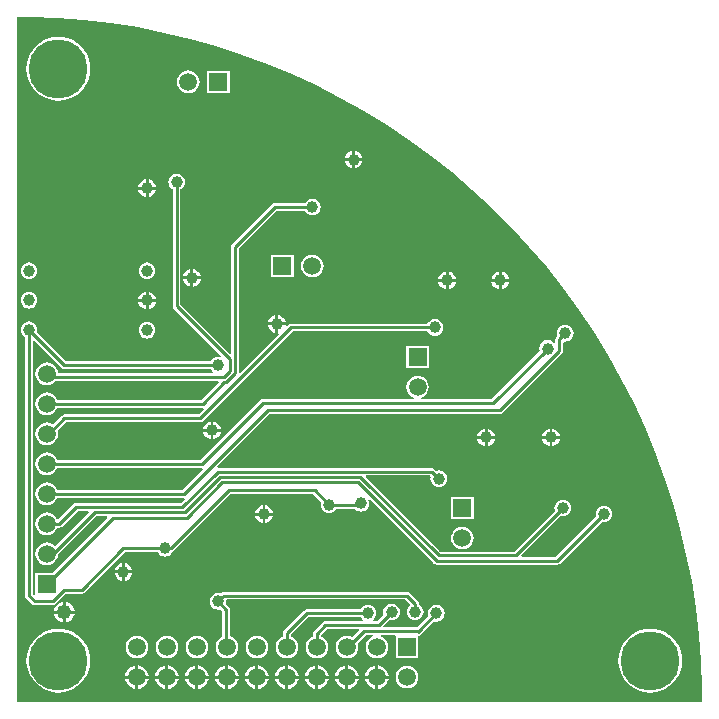
<source format=gbl>
%FSLAX24Y24*%
%MOIN*%
%SFA1B1*%

%IPPOS*%
%ADD24C,0.009800*%
%ADD26R,0.059100X0.059100*%
%ADD27C,0.059100*%
%ADD28R,0.059100X0.059100*%
%ADD29C,0.049200*%
%ADD30C,0.039400*%
%ADD31C,0.196900*%
%LNdeploy(58mm)-1*%
%LPD*%
G36*
X1345Y22799D02*
X2239Y22729D01*
X3129Y22624*
X4015Y22483*
X4895Y22308*
X5767Y22099*
X6630Y21856*
X7483Y21578*
X8324Y21268*
X9153Y20925*
X9967Y20549*
X10766Y20142*
X11549Y19704*
X12313Y19235*
X13059Y18737*
X13785Y18210*
X14489Y17655*
X15171Y17072*
X15829Y16464*
X16464Y15829*
X17072Y15171*
X17655Y14489*
X18210Y13785*
X18737Y13059*
X19235Y12313*
X19704Y11549*
X20142Y10766*
X20549Y9967*
X20925Y9153*
X21268Y8324*
X21578Y7483*
X21856Y6630*
X22099Y5767*
X22308Y4895*
X22483Y4015*
X22624Y3129*
X22729Y2239*
X22799Y1345*
X22835Y448*
Y0*
X0*
Y22835*
X448*
X1345Y22799*
G37*
%LNdeploy(58mm)-2*%
%LPC*%
G36*
X12041Y1217D02*
Y876D01*
X12383*
X12376Y930*
X12336Y1025*
X12273Y1108*
X12191Y1171*
X12095Y1210*
X12041Y1217*
G37*
G36*
X10041D02*
Y876D01*
X10383*
X10376Y930*
X10336Y1025*
X10273Y1108*
X10191Y1171*
X10095Y1210*
X10041Y1217*
G37*
G36*
X8041D02*
Y876D01*
X8383*
X8376Y930*
X8336Y1025*
X8273Y1108*
X8191Y1171*
X8095Y1210*
X8041Y1217*
G37*
G36*
X3992Y2204D02*
X3895Y2191D01*
X3804Y2153*
X3725Y2094*
X3665Y2015*
X3628Y1924*
X3615Y1827*
X3628Y1729*
X3665Y1638*
X3725Y1560*
X3804Y1500*
X3895Y1462*
X3992Y1450*
X4090Y1462*
X4181Y1500*
X4259Y1560*
X4319Y1638*
X4357Y1729*
X4369Y1827*
X4357Y1924*
X4319Y2015*
X4259Y2094*
X4181Y2153*
X4090Y2191*
X3992Y2204*
G37*
G36*
X11041Y1217D02*
Y876D01*
X11383*
X11376Y930*
X11336Y1025*
X11273Y1108*
X11191Y1171*
X11095Y1210*
X11041Y1217*
G37*
G36*
X7041D02*
Y876D01*
X7383*
X7376Y930*
X7336Y1025*
X7273Y1108*
X7191Y1171*
X7095Y1210*
X7041Y1217*
G37*
G36*
X6041D02*
Y876D01*
X6383*
X6376Y930*
X6336Y1025*
X6273Y1108*
X6191Y1171*
X6095Y1210*
X6041Y1217*
G37*
G36*
X10943D02*
X10889Y1210D01*
X10794Y1171*
X10711Y1108*
X10648Y1025*
X10609Y930*
X10602Y876*
X10943*
Y1217*
G37*
G36*
X11943D02*
X11889Y1210D01*
X11794Y1171*
X11711Y1108*
X11648Y1025*
X11609Y930*
X11602Y876*
X11943*
Y1217*
G37*
G36*
X9943D02*
X9889Y1210D01*
X9794Y1171*
X9711Y1108*
X9648Y1025*
X9609Y930*
X9602Y876*
X9943*
Y1217*
G37*
G36*
X4041D02*
Y876D01*
X4383*
X4376Y930*
X4336Y1025*
X4273Y1108*
X4191Y1171*
X4095Y1210*
X4041Y1217*
G37*
G36*
X9041D02*
Y876D01*
X9383*
X9376Y930*
X9336Y1025*
X9273Y1108*
X9191Y1171*
X9095Y1210*
X9041Y1217*
G37*
G36*
X5041D02*
Y876D01*
X5383*
X5376Y930*
X5336Y1025*
X5273Y1108*
X5191Y1171*
X5095Y1210*
X5041Y1217*
G37*
G36*
X4992Y2204D02*
X4895Y2191D01*
X4804Y2153*
X4725Y2094*
X4665Y2015*
X4628Y1924*
X4615Y1827*
X4628Y1729*
X4665Y1638*
X4725Y1560*
X4804Y1500*
X4895Y1462*
X4992Y1450*
X5090Y1462*
X5181Y1500*
X5259Y1560*
X5319Y1638*
X5357Y1729*
X5369Y1827*
X5357Y1924*
X5319Y2015*
X5259Y2094*
X5181Y2153*
X5090Y2191*
X4992Y2204*
G37*
G36*
X3835Y4281D02*
X3593D01*
Y4039*
X3620Y4043*
X3692Y4073*
X3754Y4120*
X3801Y4182*
X3831Y4254*
X3835Y4281*
G37*
G36*
X3494D02*
X3252D01*
X3256Y4254*
X3285Y4182*
X3333Y4120*
X3394Y4073*
X3466Y4043*
X3494Y4039*
Y4281*
G37*
G36*
X12992Y3674D02*
X6888D01*
X6838Y3664*
X6796Y3636*
X6773Y3613*
X6765Y3616*
X6693Y3626*
X6621Y3616*
X6554Y3589*
X6496Y3544*
X6452Y3487*
X6424Y3420*
X6415Y3348*
X6424Y3276*
X6452Y3209*
X6496Y3151*
X6554Y3107*
X6621Y3079*
X6693Y3070*
X6765Y3079*
X6773Y3083*
X6838Y3018*
Y2168*
X6804Y2153*
X6725Y2094*
X6665Y2015*
X6628Y1924*
X6615Y1827*
X6628Y1729*
X6665Y1638*
X6725Y1560*
X6804Y1500*
X6895Y1462*
X6992Y1450*
X7090Y1462*
X7181Y1500*
X7259Y1560*
X7319Y1638*
X7357Y1729*
X7369Y1827*
X7357Y1924*
X7319Y2015*
X7259Y2094*
X7181Y2153*
X7099Y2187*
Y3072*
X7089Y3122*
X7061Y3164*
X6958Y3267*
X6961Y3276*
X6971Y3348*
X6967Y3375*
X7000Y3413*
X12938*
X13096Y3255*
X13093Y3205*
X13071Y3189*
X13027Y3131*
X12999Y3064*
X12990Y2992*
X12999Y2920*
X13027Y2853*
X13071Y2796*
X13129Y2751*
X13196Y2724*
X13268Y2714*
X13340Y2724*
X13407Y2751*
X13464Y2796*
X13508Y2853*
X13536Y2920*
X13546Y2992*
X13536Y3064*
X13508Y3131*
X13464Y3189*
X13407Y3233*
X13398Y3236*
Y3268*
X13388Y3318*
X13360Y3360*
X13084Y3636*
X13042Y3664*
X13034Y3665*
X12992Y3674*
G37*
G36*
X14843Y5834D02*
X14745Y5821D01*
X14654Y5783*
X14576Y5723*
X14516Y5645*
X14478Y5554*
X14465Y5457*
X14478Y5359*
X14516Y5268*
X14576Y5190*
X14654Y5130*
X14745Y5092*
X14843Y5079*
X14940Y5092*
X15031Y5130*
X15109Y5190*
X15169Y5268*
X15207Y5359*
X15220Y5457*
X15207Y5554*
X15169Y5645*
X15109Y5723*
X15031Y5783*
X14940Y5821*
X14843Y5834*
G37*
G36*
X3593Y4622D02*
Y4380D01*
X3835*
X3831Y4408*
X3801Y4480*
X3754Y4541*
X3692Y4589*
X3620Y4618*
X3593Y4622*
G37*
G36*
X3494D02*
X3466Y4618D01*
X3394Y4589*
X3333Y4541*
X3285Y4480*
X3256Y4408*
X3252Y4380*
X3494*
Y4622*
G37*
G36*
X1624Y3333D02*
Y3041D01*
X1916*
X1910Y3082*
X1876Y3166*
X1820Y3238*
X1749Y3293*
X1665Y3328*
X1624Y3333*
G37*
G36*
X1526Y2943D02*
X1234D01*
X1239Y2902*
X1274Y2818*
X1329Y2746*
X1401Y2691*
X1485Y2657*
X1526Y2651*
Y2943*
G37*
G36*
X7992Y2204D02*
X7894Y2191D01*
X7804Y2153*
X7725Y2094*
X7665Y2015*
X7628Y1924*
X7615Y1827*
X7628Y1729*
X7665Y1638*
X7725Y1560*
X7804Y1500*
X7894Y1462*
X7992Y1450*
X8090Y1462*
X8181Y1500*
X8259Y1560*
X8319Y1638*
X8357Y1729*
X8369Y1827*
X8357Y1924*
X8319Y2015*
X8259Y2094*
X8181Y2153*
X8090Y2191*
X7992Y2204*
G37*
G36*
X5992D02*
X5895Y2191D01*
X5804Y2153*
X5725Y2094*
X5665Y2015*
X5628Y1924*
X5615Y1827*
X5628Y1729*
X5665Y1638*
X5725Y1560*
X5804Y1500*
X5895Y1462*
X5992Y1450*
X6090Y1462*
X6181Y1500*
X6259Y1560*
X6319Y1638*
X6357Y1729*
X6369Y1827*
X6357Y1924*
X6319Y2015*
X6259Y2094*
X6181Y2153*
X6090Y2191*
X5992Y2204*
G37*
G36*
X1526Y3333D02*
X1485Y3328D01*
X1401Y3293*
X1329Y3238*
X1274Y3166*
X1239Y3082*
X1234Y3041*
X1526*
Y3333*
G37*
G36*
X12480Y3270D02*
X12408Y3261D01*
X12341Y3233*
X12284Y3189*
X12240Y3131*
X12212Y3064*
X12202Y2992*
X12212Y2920*
X12215Y2912*
X11993Y2690*
X11885*
X11868Y2740*
X11889Y2756*
X11934Y2814*
X11961Y2881*
X11971Y2953*
X11961Y3025*
X11934Y3092*
X11889Y3149*
X11832Y3193*
X11765Y3221*
X11693Y3231*
X11621Y3221*
X11554Y3193*
X11496Y3149*
X11452Y3092*
X11449Y3083*
X9646*
X9596Y3073*
X9553Y3045*
X8900Y2391*
X8872Y2349*
X8862Y2299*
Y2178*
X8804Y2153*
X8725Y2094*
X8665Y2015*
X8628Y1924*
X8615Y1827*
X8628Y1729*
X8665Y1638*
X8725Y1560*
X8804Y1500*
X8895Y1462*
X8992Y1450*
X9090Y1462*
X9181Y1500*
X9259Y1560*
X9319Y1638*
X9357Y1729*
X9369Y1827*
X9357Y1924*
X9319Y2015*
X9259Y2094*
X9181Y2153*
X9123Y2178*
Y2245*
X9700Y2822*
X11449*
X11452Y2814*
X11496Y2756*
X11518Y2740*
X11501Y2690*
X10276*
X10226Y2680*
X10183Y2651*
X9900Y2368*
X9872Y2326*
X9862Y2276*
Y2178*
X9804Y2153*
X9725Y2094*
X9665Y2015*
X9628Y1924*
X9615Y1827*
X9628Y1729*
X9665Y1638*
X9725Y1560*
X9804Y1500*
X9894Y1462*
X9992Y1450*
X10090Y1462*
X10181Y1500*
X10259Y1560*
X10319Y1638*
X10357Y1729*
X10369Y1827*
X10357Y1924*
X10319Y2015*
X10259Y2094*
X10181Y2153*
X10130Y2175*
X10125Y2224*
X10330Y2429*
X11391*
X11410Y2382*
X11181Y2153*
X11090Y2191*
X10992Y2204*
X10895Y2191*
X10804Y2153*
X10725Y2094*
X10665Y2015*
X10628Y1924*
X10615Y1827*
X10628Y1729*
X10665Y1638*
X10725Y1560*
X10804Y1500*
X10895Y1462*
X10992Y1450*
X11090Y1462*
X11181Y1500*
X11259Y1560*
X11319Y1638*
X11357Y1729*
X11369Y1827*
X11357Y1924*
X11346Y1949*
X11629Y2232*
X11862*
X11872Y2182*
X11804Y2153*
X11725Y2094*
X11665Y2015*
X11628Y1924*
X11615Y1827*
X11628Y1729*
X11665Y1638*
X11725Y1560*
X11804Y1500*
X11895Y1462*
X11992Y1450*
X12090Y1462*
X12181Y1500*
X12259Y1560*
X12319Y1638*
X12357Y1729*
X12369Y1827*
X12357Y1924*
X12319Y2015*
X12259Y2094*
X12181Y2153*
X12112Y2182*
X12122Y2232*
X12581*
X12618Y2201*
Y1453*
X13366*
Y2196*
X13396Y2202*
X13439Y2231*
X13478Y2270*
X13896Y2688*
X13904Y2684*
X13976Y2675*
X14048Y2684*
X14115Y2712*
X14173Y2756*
X14217Y2814*
X14245Y2881*
X14254Y2953*
X14245Y3025*
X14217Y3092*
X14173Y3149*
X14115Y3193*
X14048Y3221*
X13976Y3231*
X13904Y3221*
X13837Y3193*
X13780Y3149*
X13736Y3092*
X13708Y3025*
X13698Y2953*
X13708Y2881*
X13711Y2872*
X13332Y2493*
X12231*
X12212Y2539*
X12400Y2727*
X12408Y2724*
X12480Y2714*
X12552Y2724*
X12619Y2751*
X12677Y2796*
X12721Y2853*
X12749Y2920*
X12758Y2992*
X12749Y3064*
X12721Y3131*
X12677Y3189*
X12619Y3233*
X12552Y3261*
X12480Y3270*
G37*
G36*
X1916Y2943D02*
X1624D01*
Y2651*
X1665Y2657*
X1749Y2691*
X1820Y2746*
X1876Y2818*
X1910Y2902*
X1916Y2943*
G37*
G36*
X10943Y778D02*
X10602D01*
X10609Y724*
X10648Y628*
X10711Y546*
X10794Y483*
X10889Y443*
X10943Y436*
Y778*
G37*
G36*
X9943D02*
X9602D01*
X9609Y724*
X9648Y628*
X9711Y546*
X9794Y483*
X9889Y443*
X9943Y436*
Y778*
G37*
G36*
X8943D02*
X8602D01*
X8609Y724*
X8648Y628*
X8711Y546*
X8794Y483*
X8889Y443*
X8943Y436*
Y778*
G37*
G36*
X5383D02*
X5041D01*
Y436*
X5095Y443*
X5191Y483*
X5273Y546*
X5336Y628*
X5376Y724*
X5383Y778*
G37*
G36*
X4383D02*
X4041D01*
Y436*
X4095Y443*
X4191Y483*
X4273Y546*
X4336Y628*
X4376Y724*
X4383Y778*
G37*
G36*
X11943D02*
X11602D01*
X11609Y724*
X11648Y628*
X11711Y546*
X11794Y483*
X11889Y443*
X11943Y436*
Y778*
G37*
G36*
X7943D02*
X7602D01*
X7609Y724*
X7648Y628*
X7711Y546*
X7794Y483*
X7889Y443*
X7943Y436*
Y778*
G37*
G36*
X3943D02*
X3602D01*
X3609Y724*
X3648Y628*
X3711Y546*
X3794Y483*
X3889Y443*
X3943Y436*
Y778*
G37*
G36*
X21102Y2444D02*
X20936Y2431D01*
X20773Y2392*
X20618Y2328*
X20476Y2241*
X20348Y2132*
X20240Y2005*
X20152Y1862*
X20088Y1707*
X20049Y1545*
X20036Y1378*
X20049Y1211*
X20088Y1048*
X20152Y894*
X20240Y751*
X20348Y624*
X20476Y515*
X20618Y428*
X20773Y364*
X20936Y325*
X21102Y312*
X21269Y325*
X21432Y364*
X21586Y428*
X21729Y515*
X21856Y624*
X21965Y751*
X22052Y894*
X22116Y1048*
X22156Y1211*
X22169Y1378*
X22156Y1545*
X22116Y1707*
X22052Y1862*
X21965Y2005*
X21856Y2132*
X21729Y2241*
X21586Y2328*
X21432Y2392*
X21269Y2431*
X21102Y2444*
G37*
G36*
X1378D02*
X1211Y2431D01*
X1048Y2392*
X894Y2328*
X751Y2241*
X624Y2132*
X515Y2005*
X428Y1862*
X364Y1707*
X325Y1545*
X312Y1378*
X325Y1211*
X364Y1048*
X428Y894*
X515Y751*
X624Y624*
X751Y515*
X894Y428*
X1048Y364*
X1211Y325*
X1378Y312*
X1545Y325*
X1707Y364*
X1862Y428*
X2005Y515*
X2132Y624*
X2241Y751*
X2328Y894*
X2392Y1048*
X2431Y1211*
X2444Y1378*
X2431Y1545*
X2392Y1707*
X2328Y1862*
X2241Y2005*
X2132Y2132*
X2005Y2241*
X1862Y2328*
X1707Y2392*
X1545Y2431*
X1378Y2444*
G37*
G36*
X6943Y778D02*
X6602D01*
X6609Y724*
X6648Y628*
X6711Y546*
X6794Y483*
X6889Y443*
X6943Y436*
Y778*
G37*
G36*
X5943D02*
X5602D01*
X5609Y724*
X5648Y628*
X5711Y546*
X5794Y483*
X5889Y443*
X5943Y436*
Y778*
G37*
G36*
X4943D02*
X4602D01*
X4609Y724*
X4648Y628*
X4711Y546*
X4794Y483*
X4889Y443*
X4943Y436*
Y778*
G37*
G36*
X6383D02*
X6041D01*
Y436*
X6095Y443*
X6191Y483*
X6273Y546*
X6336Y628*
X6376Y724*
X6383Y778*
G37*
G36*
X5943Y1217D02*
X5889Y1210D01*
X5794Y1171*
X5711Y1108*
X5648Y1025*
X5609Y930*
X5602Y876*
X5943*
Y1217*
G37*
G36*
X3943D02*
X3889Y1210D01*
X3794Y1171*
X3711Y1108*
X3648Y1025*
X3609Y930*
X3602Y876*
X3943*
Y1217*
G37*
G36*
X4943D02*
X4889Y1210D01*
X4794Y1171*
X4711Y1108*
X4648Y1025*
X4609Y930*
X4602Y876*
X4943*
Y1217*
G37*
G36*
X6943D02*
X6889Y1210D01*
X6794Y1171*
X6711Y1108*
X6648Y1025*
X6609Y930*
X6602Y876*
X6943*
Y1217*
G37*
G36*
X8943D02*
X8889Y1210D01*
X8794Y1171*
X8711Y1108*
X8648Y1025*
X8609Y930*
X8602Y876*
X8943*
Y1217*
G37*
G36*
X7943D02*
X7889Y1210D01*
X7794Y1171*
X7711Y1108*
X7648Y1025*
X7609Y930*
X7602Y876*
X7943*
Y1217*
G37*
G36*
X12992Y1204D02*
X12895Y1191D01*
X12804Y1153*
X12725Y1094*
X12665Y1015*
X12628Y924*
X12615Y827*
X12628Y729*
X12665Y638*
X12725Y560*
X12804Y500*
X12895Y462*
X12992Y450*
X13090Y462*
X13181Y500*
X13259Y560*
X13319Y638*
X13357Y729*
X13369Y827*
X13357Y924*
X13319Y1015*
X13259Y1094*
X13181Y1153*
X13090Y1191*
X12992Y1204*
G37*
G36*
X9383Y778D02*
X9041D01*
Y436*
X9095Y443*
X9191Y483*
X9273Y546*
X9336Y628*
X9376Y724*
X9383Y778*
G37*
G36*
X8383D02*
X8041D01*
Y436*
X8095Y443*
X8191Y483*
X8273Y546*
X8336Y628*
X8376Y724*
X8383Y778*
G37*
G36*
X7383D02*
X7041D01*
Y436*
X7095Y443*
X7191Y483*
X7273Y546*
X7336Y628*
X7376Y724*
X7383Y778*
G37*
G36*
X12383D02*
X12041D01*
Y436*
X12095Y443*
X12191Y483*
X12273Y546*
X12336Y628*
X12376Y724*
X12383Y778*
G37*
G36*
X11383D02*
X11041D01*
Y436*
X11095Y443*
X11191Y483*
X11273Y546*
X11336Y628*
X11376Y724*
X11383Y778*
G37*
G36*
X10383D02*
X10041D01*
Y436*
X10095Y443*
X10191Y483*
X10273Y546*
X10336Y628*
X10376Y724*
X10383Y778*
G37*
G36*
X16053Y14346D02*
X16025Y14343D01*
X15953Y14313*
X15892Y14266*
X15844Y14204*
X15815Y14132*
X15811Y14104*
X16053*
Y14346*
G37*
G36*
X14380D02*
Y14104D01*
X14622*
X14618Y14132*
X14589Y14204*
X14541Y14266*
X14480Y14313*
X14408Y14343*
X14380Y14346*
G37*
G36*
X14282D02*
X14254Y14343D01*
X14182Y14313*
X14120Y14266*
X14073Y14204*
X14043Y14132*
X14039Y14104*
X14282*
Y14346*
G37*
G36*
X9217Y14902D02*
X8469D01*
Y14154*
X9217*
Y14902*
G37*
G36*
X9843Y14905D02*
X9745Y14892D01*
X9654Y14854*
X9576Y14794*
X9516Y14716*
X9478Y14625*
X9465Y14528*
X9478Y14430*
X9516Y14339*
X9576Y14261*
X9654Y14201*
X9745Y14163*
X9843Y14150*
X9940Y14163*
X10031Y14201*
X10109Y14261*
X10169Y14339*
X10207Y14430*
X10220Y14528*
X10207Y14625*
X10169Y14716*
X10109Y14794*
X10031Y14854*
X9940Y14892*
X9843Y14905*
G37*
G36*
X16152Y14346D02*
Y14104D01*
X16394*
X16390Y14132*
X16360Y14204*
X16313Y14266*
X16251Y14313*
X16179Y14343*
X16152Y14346*
G37*
G36*
X4331Y14648D02*
X4259Y14639D01*
X4192Y14611*
X4134Y14567*
X4090Y14509*
X4062Y14442*
X4053Y14370*
X4062Y14298*
X4090Y14231*
X4134Y14174*
X4192Y14129*
X4259Y14102*
X4331Y14092*
X4403Y14102*
X4470Y14129*
X4527Y14174*
X4571Y14231*
X4599Y14298*
X4609Y14370*
X4599Y14442*
X4571Y14509*
X4527Y14567*
X4470Y14611*
X4403Y14639*
X4331Y14648*
G37*
G36*
X16394Y14006D02*
X16152D01*
Y13764*
X16179Y13767*
X16251Y13797*
X16313Y13845*
X16360Y13906*
X16390Y13978*
X16394Y14006*
G37*
G36*
X16053D02*
X15811D01*
X15815Y13978*
X15844Y13906*
X15892Y13845*
X15953Y13797*
X16025Y13767*
X16053Y13764*
Y14006*
G37*
G36*
X14622D02*
X14380D01*
Y13764*
X14408Y13767*
X14480Y13797*
X14541Y13845*
X14589Y13906*
X14618Y13978*
X14622Y14006*
G37*
G36*
X394Y14648D02*
X322Y14639D01*
X255Y14611*
X197Y14567*
X153Y14509*
X125Y14442*
X116Y14370*
X125Y14298*
X153Y14231*
X197Y14174*
X255Y14129*
X322Y14102*
X394Y14092*
X466Y14102*
X533Y14129*
X590Y14174*
X634Y14231*
X662Y14298*
X672Y14370*
X662Y14442*
X634Y14509*
X590Y14567*
X533Y14611*
X466Y14639*
X394Y14648*
G37*
G36*
X6118Y14085D02*
X5876D01*
Y13843*
X5904Y13846*
X5976Y13876*
X6037Y13923*
X6085Y13985*
X6114Y14057*
X6118Y14085*
G37*
G36*
X5778D02*
X5535D01*
X5539Y14057*
X5569Y13985*
X5616Y13923*
X5678Y13876*
X5750Y13846*
X5778Y13843*
Y14085*
G37*
G36*
Y14425D02*
X5750Y14422D01*
X5678Y14392*
X5616Y14344*
X5569Y14283*
X5539Y14211*
X5535Y14183*
X5778*
Y14425*
G37*
G36*
X11270Y18362D02*
Y18120D01*
X11512*
X11508Y18148*
X11478Y18220*
X11431Y18281*
X11369Y18329*
X11298Y18359*
X11270Y18362*
G37*
G36*
X11171D02*
X11143Y18359D01*
X11072Y18329*
X11010Y18281*
X10963Y18220*
X10933Y18148*
X10929Y18120*
X11171*
Y18362*
G37*
G36*
X11512Y18022D02*
X11270D01*
Y17780*
X11298Y17783*
X11369Y17813*
X11431Y17860*
X11478Y17922*
X11508Y17994*
X11512Y18022*
G37*
G36*
X7083Y21043D02*
X6335D01*
Y20295*
X7083*
Y21043*
G37*
G36*
X5709Y21047D02*
X5611Y21034D01*
X5520Y20996*
X5442Y20936*
X5382Y20858*
X5344Y20767*
X5331Y20669*
X5344Y20572*
X5382Y20481*
X5442Y20403*
X5520Y20343*
X5611Y20305*
X5709Y20292*
X5806Y20305*
X5897Y20343*
X5975Y20403*
X6035Y20481*
X6073Y20572*
X6086Y20669*
X6073Y20767*
X6035Y20858*
X5975Y20936*
X5897Y20996*
X5806Y21034*
X5709Y21047*
G37*
G36*
X1378Y22169D02*
X1211Y22156D01*
X1048Y22116*
X894Y22052*
X751Y21965*
X624Y21856*
X515Y21729*
X428Y21586*
X364Y21432*
X325Y21269*
X312Y21102*
X325Y20936*
X364Y20773*
X428Y20618*
X515Y20476*
X624Y20348*
X751Y20240*
X894Y20152*
X1048Y20088*
X1211Y20049*
X1378Y20036*
X1545Y20049*
X1707Y20088*
X1862Y20152*
X2005Y20240*
X2132Y20348*
X2241Y20476*
X2328Y20618*
X2392Y20773*
X2431Y20936*
X2444Y21102*
X2431Y21269*
X2392Y21432*
X2328Y21586*
X2241Y21729*
X2132Y21856*
X2005Y21965*
X1862Y22052*
X1707Y22116*
X1545Y22156*
X1378Y22169*
G37*
G36*
X11171Y18022D02*
X10929D01*
X10933Y17994*
X10963Y17922*
X11010Y17860*
X11072Y17813*
X11143Y17783*
X11171Y17780*
Y18022*
G37*
G36*
X4281Y17077D02*
X4039D01*
X4043Y17049*
X4073Y16977*
X4120Y16915*
X4182Y16868*
X4254Y16838*
X4281Y16835*
Y17077*
G37*
G36*
X5315Y17601D02*
X5243Y17591D01*
X5176Y17564*
X5118Y17519*
X5074Y17462*
X5046Y17395*
X5037Y17323*
X5046Y17251*
X5074Y17184*
X5118Y17126*
X5176Y17082*
X5185Y17079*
Y13189*
X5194Y13139*
X5223Y13097*
X6784Y11535*
X6770Y11501*
X6759Y11490*
X6693Y11498*
X6621Y11489*
X6554Y11461*
X6496Y11417*
X6452Y11359*
X6449Y11351*
X1629*
X659Y12321*
X662Y12330*
X672Y12402*
X662Y12474*
X634Y12541*
X590Y12598*
X533Y12642*
X466Y12670*
X394Y12680*
X322Y12670*
X255Y12642*
X197Y12598*
X153Y12541*
X125Y12474*
X116Y12402*
X125Y12330*
X153Y12263*
X197Y12205*
X255Y12161*
X263Y12157*
Y3543*
X273Y3493*
X301Y3451*
X498Y3254*
X541Y3226*
X591Y3216*
X1181*
X1231Y3226*
X1273Y3254*
X1629Y3610*
X2165*
X2215Y3620*
X2258Y3648*
X3597Y4988*
X4677*
X4681Y4979*
X4725Y4922*
X4782Y4877*
X4849Y4850*
X4921Y4840*
X4993Y4850*
X5060Y4877*
X5118Y4922*
X5162Y4979*
X5170Y4999*
X5210Y5026*
X7101Y6917*
X9867*
X10129Y6655*
X10125Y6647*
X10116Y6575*
X10125Y6503*
X10153Y6436*
X10197Y6378*
X10255Y6334*
X10322Y6306*
X10394Y6297*
X10466Y6306*
X10533Y6334*
X10590Y6378*
X10634Y6436*
X10638Y6444*
X11240*
X11260Y6418*
X11318Y6373*
X11385Y6346*
X11457Y6336*
X11529Y6346*
X11596Y6373*
X11653Y6418*
X11697Y6475*
X11725Y6542*
X11735Y6614*
X11725Y6686*
X11711Y6720*
X11753Y6748*
X13889Y4612*
X13932Y4584*
X13982Y4574*
X18012*
X18062Y4584*
X18104Y4612*
X19486Y5995*
X19495Y5991*
X19567Y5982*
X19639Y5991*
X19706Y6019*
X19763Y6063*
X19808Y6121*
X19835Y6188*
X19845Y6260*
X19835Y6332*
X19808Y6399*
X19763Y6456*
X19706Y6501*
X19639Y6528*
X19567Y6538*
X19495Y6528*
X19428Y6501*
X19370Y6456*
X19326Y6399*
X19298Y6332*
X19289Y6260*
X19298Y6188*
X19302Y6179*
X17958Y4835*
X16817*
X16798Y4881*
X18109Y6192*
X18117Y6188*
X18189Y6179*
X18261Y6188*
X18328Y6216*
X18386Y6260*
X18430Y6318*
X18457Y6385*
X18467Y6457*
X18457Y6529*
X18430Y6596*
X18386Y6653*
X18328Y6697*
X18261Y6725*
X18189Y6735*
X18117Y6725*
X18050Y6697*
X17992Y6653*
X17948Y6596*
X17920Y6529*
X17911Y6457*
X17920Y6385*
X17924Y6376*
X16560Y5012*
X14109*
X11621Y7501*
X11640Y7547*
X13750*
X13760Y7537*
X13786Y7505*
X13777Y7441*
X13787Y7369*
X13814Y7302*
X13859Y7244*
X13916Y7200*
X13983Y7172*
X14055Y7163*
X14127Y7172*
X14194Y7200*
X14252Y7244*
X14296Y7302*
X14324Y7369*
X14333Y7441*
X14324Y7513*
X14296Y7580*
X14252Y7638*
X14194Y7682*
X14127Y7709*
X14055Y7719*
X13983Y7709*
X13975Y7706*
X13911Y7769*
X13869Y7798*
X13819Y7808*
X6693*
X6683Y7806*
X6658Y7852*
X8400Y9594*
X16089*
X16139Y9604*
X16182Y9632*
X18163Y11614*
X18191Y11656*
X18201Y11706*
Y11976*
X18239Y12009*
X18268Y12005*
X18340Y12015*
X18407Y12043*
X18464Y12087*
X18508Y12144*
X18536Y12212*
X18546Y12283*
X18536Y12355*
X18508Y12422*
X18464Y12480*
X18407Y12524*
X18340Y12552*
X18268Y12561*
X18196Y12552*
X18129Y12524*
X18071Y12480*
X18027Y12422*
X17999Y12355*
X17990Y12283*
X17999Y12212*
X18003Y12203*
X17979Y12179*
X17950Y12137*
X17940Y12087*
Y11977*
X17890Y11960*
X17880Y11974*
X17822Y12018*
X17755Y12046*
X17683Y12056*
X17611Y12046*
X17544Y12018*
X17487Y11974*
X17442Y11917*
X17415Y11849*
X17405Y11778*
X17415Y11706*
X17418Y11697*
X15812Y10091*
X13477*
X13467Y10141*
X13535Y10169*
X13613Y10229*
X13673Y10307*
X13711Y10398*
X13724Y10496*
X13711Y10594*
X13673Y10685*
X13613Y10763*
X13535Y10823*
X13444Y10860*
X13346Y10873*
X13249Y10860*
X13158Y10823*
X13080Y10763*
X13020Y10685*
X12982Y10594*
X12969Y10496*
X12982Y10398*
X13020Y10307*
X13080Y10229*
X13158Y10169*
X13226Y10141*
X13216Y10091*
X8189*
X8139Y10081*
X8097Y10053*
X6111Y8067*
X1335*
X1311Y8126*
X1251Y8204*
X1173Y8264*
X1082Y8301*
X984Y8314*
X887Y8301*
X796Y8264*
X718Y8204*
X658Y8126*
X620Y8035*
X607Y7937*
X620Y7839*
X658Y7748*
X718Y7670*
X796Y7610*
X887Y7573*
X984Y7560*
X1082Y7573*
X1173Y7610*
X1251Y7670*
X1311Y7748*
X1335Y7807*
X6165*
X6175Y7809*
X6200Y7762*
X5505Y7067*
X1335*
X1311Y7126*
X1251Y7204*
X1173Y7264*
X1082Y7301*
X984Y7314*
X887Y7301*
X796Y7264*
X718Y7204*
X658Y7126*
X620Y7035*
X607Y6937*
X620Y6839*
X658Y6748*
X718Y6670*
X796Y6610*
X887Y6573*
X984Y6560*
X1082Y6573*
X1173Y6610*
X1251Y6670*
X1311Y6748*
X1335Y6807*
X5559*
X5569Y6809*
X5594Y6762*
X5458Y6627*
X1969*
X1919Y6617*
X1876Y6588*
X1379Y6091*
X1320Y6103*
X1311Y6126*
X1251Y6204*
X1173Y6264*
X1082Y6301*
X984Y6314*
X887Y6301*
X796Y6264*
X718Y6204*
X658Y6126*
X620Y6035*
X607Y5937*
X620Y5839*
X658Y5748*
X718Y5670*
X796Y5610*
X887Y5573*
X984Y5560*
X1082Y5573*
X1173Y5610*
X1251Y5670*
X1311Y5748*
X1335Y5807*
X1409*
X1459Y5816*
X1502Y5845*
X2023Y6366*
X2376*
X2395Y6319*
X1277Y5202*
X1251Y5204*
X1173Y5264*
X1082Y5301*
X984Y5314*
X887Y5301*
X796Y5264*
X718Y5204*
X658Y5126*
X620Y5035*
X607Y4937*
X620Y4839*
X658Y4748*
X718Y4670*
X796Y4610*
X887Y4573*
X984Y4560*
X1082Y4573*
X1173Y4610*
X1251Y4670*
X1311Y4748*
X1349Y4839*
X1358Y4914*
X2633Y6188*
X2986*
X3005Y6142*
X1174Y4311*
X610*
Y3609*
Y3582*
X561Y3560*
X524Y3597*
Y12021*
X570Y12040*
X1483Y11128*
X1525Y11100*
X1575Y11090*
X6449*
X6452Y11081*
X6496Y11024*
X6518Y11007*
X6501Y10957*
X1359*
X1349Y11035*
X1311Y11126*
X1251Y11204*
X1173Y11264*
X1082Y11301*
X984Y11314*
X887Y11301*
X796Y11264*
X718Y11204*
X658Y11126*
X620Y11035*
X607Y10937*
X620Y10839*
X658Y10748*
X718Y10670*
X796Y10610*
X887Y10573*
X984Y10560*
X1082Y10573*
X1173Y10610*
X1251Y10670*
X1271Y10696*
X6706*
X6725Y10650*
X6143Y10067*
X1335*
X1311Y10126*
X1251Y10204*
X1173Y10264*
X1082Y10301*
X984Y10314*
X887Y10301*
X796Y10264*
X718Y10204*
X658Y10126*
X620Y10035*
X607Y9937*
X620Y9839*
X658Y9748*
X718Y9670*
X796Y9610*
X887Y9573*
X984Y9560*
X1082Y9573*
X1173Y9610*
X1251Y9670*
X1311Y9748*
X1335Y9807*
X6197*
X6207Y9809*
X6232Y9762*
X6048Y9579*
X1575*
X1525Y9569*
X1483Y9541*
X1191Y9250*
X1173Y9264*
X1082Y9301*
X984Y9314*
X887Y9301*
X796Y9264*
X718Y9204*
X658Y9126*
X620Y9035*
X607Y8937*
X620Y8839*
X658Y8748*
X718Y8670*
X796Y8610*
X887Y8573*
X984Y8560*
X1082Y8573*
X1173Y8610*
X1251Y8670*
X1311Y8748*
X1349Y8839*
X1361Y8937*
X1349Y9035*
X1348Y9037*
X1629Y9318*
X6102*
X6152Y9328*
X6195Y9357*
X9188Y12350*
X13674*
X13678Y12341*
X13722Y12284*
X13779Y12240*
X13846Y12212*
X13918Y12202*
X13990Y12212*
X14057Y12240*
X14115Y12284*
X14159Y12341*
X14187Y12408*
X14196Y12480*
X14187Y12552*
X14159Y12619*
X14115Y12677*
X14057Y12721*
X13990Y12749*
X13918Y12758*
X13846Y12749*
X13779Y12721*
X13722Y12677*
X13678Y12619*
X13674Y12611*
X9134*
X9084Y12601*
X9042Y12573*
X9001Y12532*
X8966Y12549*
X8711*
Y12294*
X8728Y12259*
X7444Y10975*
X7394Y10996*
Y15123*
X8637Y16366*
X9598*
X9602Y16357*
X9646Y16300*
X9704Y16255*
X9771Y16228*
X9843Y16218*
X9914Y16228*
X9981Y16255*
X10039Y16300*
X10083Y16357*
X10111Y16424*
X10120Y16496*
X10111Y16568*
X10083Y16635*
X10039Y16693*
X9981Y16737*
X9914Y16765*
X9843Y16774*
X9771Y16765*
X9704Y16737*
X9646Y16693*
X9602Y16635*
X9598Y16627*
X8583*
X8533Y16617*
X8490Y16588*
X7172Y15269*
X7143Y15227*
X7133Y15177*
Y11620*
X7087Y11601*
X5445Y13243*
Y17079*
X5454Y17082*
X5512Y17126*
X5556Y17184*
X5583Y17251*
X5593Y17323*
X5583Y17395*
X5556Y17462*
X5512Y17519*
X5454Y17564*
X5387Y17591*
X5315Y17601*
G37*
G36*
X5876Y14425D02*
Y14183D01*
X6118*
X6114Y14211*
X6085Y14283*
X6037Y14344*
X5976Y14392*
X5904Y14422*
X5876Y14425*
G37*
G36*
X4380Y17417D02*
Y17175D01*
X4622*
X4618Y17203*
X4589Y17275*
X4541Y17337*
X4480Y17384*
X4408Y17414*
X4380Y17417*
G37*
G36*
X4281D02*
X4254Y17414D01*
X4182Y17384*
X4120Y17337*
X4073Y17275*
X4043Y17203*
X4039Y17175*
X4281*
Y17417*
G37*
G36*
X4622Y17077D02*
X4380D01*
Y16835*
X4408Y16838*
X4480Y16868*
X4541Y16915*
X4589Y16977*
X4618Y17049*
X4622Y17077*
G37*
G36*
X14282Y14006D02*
X14039D01*
X14043Y13978*
X14073Y13906*
X14120Y13845*
X14182Y13797*
X14254Y13767*
X14282Y13764*
Y14006*
G37*
G36*
X6447Y9006D02*
X6205D01*
X6208Y8978*
X6238Y8906*
X6285Y8845*
X6347Y8797*
X6419Y8767*
X6447Y8764*
Y9006*
G37*
G36*
X18087Y8770D02*
X17844D01*
Y8528*
X17872Y8531*
X17944Y8561*
X18006Y8608*
X18053Y8670*
X18083Y8742*
X18087Y8770*
G37*
G36*
X17746D02*
X17504D01*
X17508Y8742*
X17537Y8670*
X17585Y8608*
X17646Y8561*
X17718Y8531*
X17746Y8528*
Y8770*
G37*
G36*
X15679Y9110D02*
Y8868D01*
X15921*
X15918Y8896*
X15888Y8968*
X15841Y9029*
X15779Y9077*
X15707Y9107*
X15679Y9110*
G37*
G36*
X15581D02*
X15553Y9107D01*
X15481Y9077*
X15419Y9029*
X15372Y8968*
X15342Y8896*
X15339Y8868*
X15581*
Y9110*
G37*
G36*
X6787Y9006D02*
X6545D01*
Y8764*
X6573Y8767*
X6645Y8797*
X6707Y8845*
X6754Y8906*
X6784Y8978*
X6787Y9006*
G37*
G36*
X15921Y8770D02*
X15679D01*
Y8528*
X15707Y8531*
X15779Y8561*
X15841Y8608*
X15888Y8670*
X15918Y8742*
X15921Y8770*
G37*
G36*
X15217Y6831D02*
X14469D01*
Y6083*
X15217*
Y6831*
G37*
G36*
X8520Y6211D02*
X8278D01*
Y5968*
X8305Y5972*
X8377Y6002*
X8439Y6049*
X8486Y6111*
X8516Y6183*
X8520Y6211*
G37*
G36*
X8179D02*
X7937D01*
X7941Y6183*
X7970Y6111*
X8018Y6049*
X8079Y6002*
X8151Y5972*
X8179Y5968*
Y6211*
G37*
G36*
X15581Y8770D02*
X15339D01*
X15342Y8742*
X15372Y8670*
X15419Y8608*
X15481Y8561*
X15553Y8531*
X15581Y8528*
Y8770*
G37*
G36*
X8278Y6551D02*
Y6309D01*
X8520*
X8516Y6337*
X8486Y6409*
X8439Y6470*
X8377Y6518*
X8305Y6548*
X8278Y6551*
G37*
G36*
X8179D02*
X8151Y6548D01*
X8079Y6518*
X8018Y6470*
X7970Y6409*
X7941Y6337*
X7937Y6309*
X8179*
Y6551*
G37*
G36*
X17746Y9110D02*
X17718Y9107D01*
X17646Y9077*
X17585Y9029*
X17537Y8968*
X17508Y8896*
X17504Y8868*
X17746*
Y9110*
G37*
G36*
X4622Y13337D02*
X4380D01*
Y13094*
X4408Y13098*
X4480Y13128*
X4541Y13175*
X4589Y13237*
X4618Y13309*
X4622Y13337*
G37*
G36*
X4281D02*
X4039D01*
X4043Y13309*
X4073Y13237*
X4120Y13175*
X4182Y13128*
X4254Y13098*
X4281Y13094*
Y13337*
G37*
G36*
X8711Y12890D02*
Y12648D01*
X8953*
X8949Y12676*
X8919Y12747*
X8872Y12809*
X8810Y12856*
X8738Y12886*
X8711Y12890*
G37*
G36*
X4380Y13677D02*
Y13435D01*
X4622*
X4618Y13463*
X4589Y13535*
X4541Y13596*
X4480Y13644*
X4408Y13673*
X4380Y13677*
G37*
G36*
X4281D02*
X4254Y13673D01*
X4182Y13644*
X4120Y13596*
X4073Y13535*
X4043Y13463*
X4039Y13435*
X4281*
Y13677*
G37*
G36*
X394Y13664D02*
X322Y13654D01*
X255Y13627*
X197Y13582*
X153Y13525*
X125Y13458*
X116Y13386*
X125Y13314*
X153Y13247*
X197Y13189*
X255Y13145*
X322Y13117*
X394Y13108*
X466Y13117*
X533Y13145*
X590Y13189*
X634Y13247*
X662Y13314*
X672Y13386*
X662Y13458*
X634Y13525*
X590Y13582*
X533Y13627*
X466Y13654*
X394Y13664*
G37*
G36*
X8612Y12890D02*
X8584Y12886D01*
X8512Y12856*
X8451Y12809*
X8403Y12747*
X8374Y12676*
X8370Y12648*
X8612*
Y12890*
G37*
G36*
X6545Y9346D02*
Y9104D01*
X6787*
X6784Y9132*
X6754Y9204*
X6707Y9266*
X6645Y9313*
X6573Y9343*
X6545Y9346*
G37*
G36*
X6447D02*
X6419Y9343D01*
X6347Y9313*
X6285Y9266*
X6238Y9204*
X6208Y9132*
X6205Y9104*
X6447*
Y9346*
G37*
G36*
X17844Y9110D02*
Y8868D01*
X18087*
X18083Y8896*
X18053Y8968*
X18006Y9029*
X17944Y9077*
X17872Y9107*
X17844Y9110*
G37*
G36*
X8612Y12549D02*
X8370D01*
X8374Y12521*
X8403Y12450*
X8451Y12388*
X8512Y12341*
X8584Y12311*
X8612Y12307*
Y12549*
G37*
G36*
X4331Y12664D02*
X4259Y12654D01*
X4192Y12627*
X4134Y12582*
X4090Y12525*
X4062Y12458*
X4053Y12386*
X4062Y12314*
X4090Y12247*
X4134Y12189*
X4192Y12145*
X4259Y12117*
X4331Y12108*
X4403Y12117*
X4470Y12145*
X4527Y12189*
X4571Y12247*
X4599Y12314*
X4609Y12386*
X4599Y12458*
X4571Y12525*
X4527Y12582*
X4470Y12627*
X4403Y12654*
X4331Y12664*
G37*
G36*
X13720Y11870D02*
X12972D01*
Y11122*
X13720*
Y11870*
G37*
%LNdeploy(58mm)-3*%
%LPD*%
G54D24*
X6969Y1787D02*
Y3072D01*
X6693Y3348D02*
X6969Y3072D01*
X9646Y2953D02*
X11693D01*
X8992Y2299D02*
X9646Y2953D01*
X8992Y1827D02*
Y2299D01*
X9992Y2276D02*
X10276Y2559D01*
X13386Y2362D02*
X13976Y2953D01*
X13346Y2323D02*
X13386Y2362D01*
X11575D02*
X13386D01*
X13918Y12480D02*
X13958D01*
X9134D02*
X13918D01*
X6102Y9449D02*
X9134Y12480D01*
X18071Y12087D02*
X18268Y12283D01*
X18071Y11706D02*
Y12087D01*
X16089Y9724D02*
X18071Y11706D01*
X15866Y9961D02*
X17683Y11778D01*
X8346Y9724D02*
X16089D01*
X8189Y9961D02*
X15866D01*
X6165Y7937D02*
X8189Y9961D01*
X5559Y6937D02*
X8346Y9724D01*
X13819Y7677D02*
X14055Y7441D01*
X11370Y7317D02*
X13982Y4705D01*
X6834Y7317D02*
X11370D01*
X11443Y7494D02*
X14055Y4882D01*
X6760Y7494D02*
X11443D01*
X7264Y15177D02*
X8583Y16496D01*
X984Y4937D02*
X1197D01*
X984Y5937D02*
X1409D01*
X1969Y6496*
X5512*
X984Y6937D02*
X5559D01*
X984Y7937D02*
X6165D01*
X13918Y12480D02*
D01*
X8583Y16496D02*
X9843D01*
X984Y8937D02*
X1063D01*
X1575Y9449*
X6102*
X984Y9937D02*
X6197D01*
X6909Y10650*
X6963*
X7264Y10950*
Y15177*
X984Y10937D02*
X1094Y10827D01*
X6890*
X7087Y11024*
X1575Y3740D02*
X2165D01*
X1181Y3346D02*
X1575Y3740D01*
X591Y3346D02*
X1181D01*
X394Y3543D02*
X591Y3346D01*
X3543Y5118D02*
X4921D01*
X2165Y3740D02*
X3543Y5118D01*
X394Y3543D02*
Y12402D01*
X7087Y11024D02*
Y11417D01*
X5315Y13189D02*
X7087Y11417D01*
X5315Y13189D02*
Y17323D01*
X394Y12402D02*
X1575Y11220D01*
X12992Y1827D02*
Y2008D01*
X1575Y11220D02*
X6693D01*
X5512Y6496D02*
X6693Y7677D01*
X13819*
X1197Y4937D02*
X2579Y6319D01*
X5585*
X6760Y7494*
X16614Y4882D02*
X18189Y6457D01*
X14055Y4882D02*
X16614D01*
X984Y3937D02*
X3189Y6142D01*
X5659*
X6834Y7317*
X13982Y4705D02*
X18012D01*
X19567Y6260*
X10394Y6575D02*
X11417D01*
X11457Y6614*
X4921Y5118D02*
X5118D01*
X7047Y7047*
X9921*
X10394Y6575*
X9992Y1827D02*
Y2276D01*
X10276Y2559D02*
X12047D01*
X12480Y2992*
X10992Y1827D02*
X11039D01*
X11575Y2362*
X13268Y2992D02*
Y3268D01*
X6693Y3348D02*
X6888Y3543D01*
X12992*
X13268Y3268*
G54D26*
X8843Y14528D03*
X6709Y20669D03*
X12992Y1827D03*
G54D27*
X9843Y14528D03*
X5709Y20669D03*
X14843Y5457D03*
X13346Y10496D03*
X12992Y827D03*
X11992Y1827D03*
Y827D03*
X10992Y1827D03*
Y827D03*
X9992Y1827D03*
Y827D03*
X8992Y1827D03*
Y827D03*
X7992Y1827D03*
Y827D03*
X6992Y1827D03*
Y827D03*
X5992Y1827D03*
Y827D03*
X4992Y1827D03*
Y827D03*
X3992Y1827D03*
Y827D03*
X984Y4937D03*
Y5937D03*
Y6937D03*
Y7937D03*
Y8937D03*
Y9937D03*
Y10937D03*
G54D28*
X14843Y6457D03*
X13346Y11496D03*
X984Y3937D03*
G54D29*
X1575Y2992D03*
G54D30*
X11693Y2953D03*
X8661Y12598D03*
X19567Y6260D03*
X18189Y6457D03*
X14055Y7441D03*
X18268Y12283D03*
X17683Y11778D03*
X13918Y12480D03*
X9843Y16496D03*
X5315Y17323D03*
X4331Y17126D03*
Y13386D03*
Y12386D03*
X394Y12402D03*
X11220Y18071D03*
X14331Y14055D03*
X16102D03*
X17795Y8819D03*
X15630D03*
X6496Y9055D03*
X6693Y11220D03*
X3543Y4331D03*
X4921Y5118D03*
X394Y14370D03*
Y13386D03*
X11457Y6614D03*
X10394Y6575D03*
X8228Y6260D03*
X6693Y3348D03*
X13976Y2953D03*
X13268Y2992D03*
X12480D03*
X5827Y14134D03*
X4331Y14370D03*
G54D31*
X1378Y1378D03*
Y21102D03*
X21102Y1378D03*
M02*
</source>
